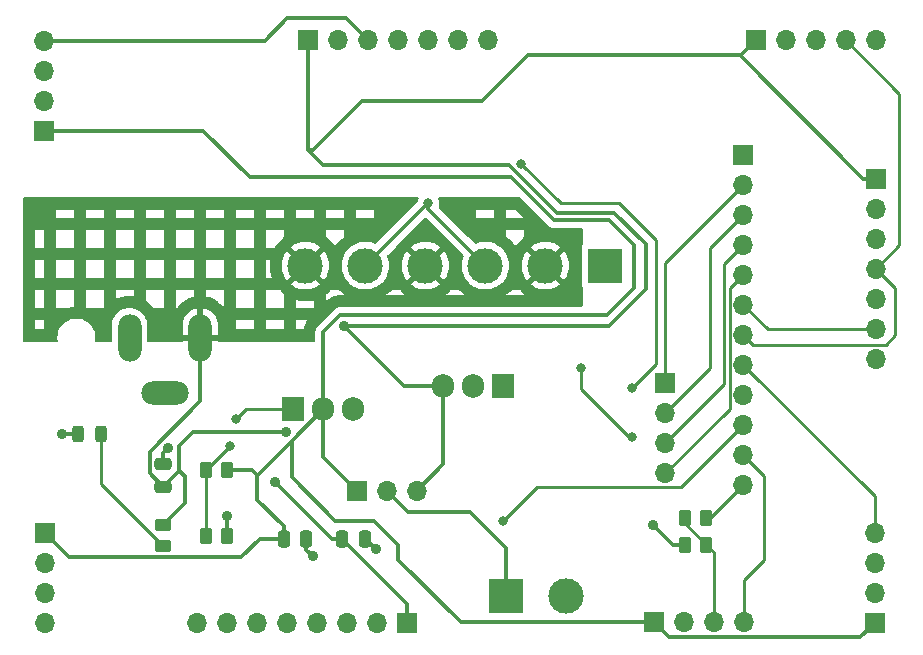
<source format=gtl>
%TF.GenerationSoftware,KiCad,Pcbnew,(6.0.0)*%
%TF.CreationDate,2022-06-14T20:33:02+03:00*%
%TF.ProjectId,breadboard_power_supply,62726561-6462-46f6-9172-645f706f7765,rev?*%
%TF.SameCoordinates,Original*%
%TF.FileFunction,Copper,L1,Top*%
%TF.FilePolarity,Positive*%
%FSLAX46Y46*%
G04 Gerber Fmt 4.6, Leading zero omitted, Abs format (unit mm)*
G04 Created by KiCad (PCBNEW (6.0.0)) date 2022-06-14 20:33:02*
%MOMM*%
%LPD*%
G01*
G04 APERTURE LIST*
G04 Aperture macros list*
%AMRoundRect*
0 Rectangle with rounded corners*
0 $1 Rounding radius*
0 $2 $3 $4 $5 $6 $7 $8 $9 X,Y pos of 4 corners*
0 Add a 4 corners polygon primitive as box body*
4,1,4,$2,$3,$4,$5,$6,$7,$8,$9,$2,$3,0*
0 Add four circle primitives for the rounded corners*
1,1,$1+$1,$2,$3*
1,1,$1+$1,$4,$5*
1,1,$1+$1,$6,$7*
1,1,$1+$1,$8,$9*
0 Add four rect primitives between the rounded corners*
20,1,$1+$1,$2,$3,$4,$5,0*
20,1,$1+$1,$4,$5,$6,$7,0*
20,1,$1+$1,$6,$7,$8,$9,0*
20,1,$1+$1,$8,$9,$2,$3,0*%
G04 Aperture macros list end*
%TA.AperFunction,ComponentPad*%
%ADD10R,1.700000X1.700000*%
%TD*%
%TA.AperFunction,ComponentPad*%
%ADD11O,1.700000X1.700000*%
%TD*%
%TA.AperFunction,SMDPad,CuDef*%
%ADD12RoundRect,0.250000X0.475000X-0.250000X0.475000X0.250000X-0.475000X0.250000X-0.475000X-0.250000X0*%
%TD*%
%TA.AperFunction,ComponentPad*%
%ADD13R,3.000000X3.000000*%
%TD*%
%TA.AperFunction,ComponentPad*%
%ADD14C,3.000000*%
%TD*%
%TA.AperFunction,SMDPad,CuDef*%
%ADD15RoundRect,0.250000X-0.262500X-0.450000X0.262500X-0.450000X0.262500X0.450000X-0.262500X0.450000X0*%
%TD*%
%TA.AperFunction,SMDPad,CuDef*%
%ADD16RoundRect,0.250000X-0.250000X-0.475000X0.250000X-0.475000X0.250000X0.475000X-0.250000X0.475000X0*%
%TD*%
%TA.AperFunction,SMDPad,CuDef*%
%ADD17RoundRect,0.250000X0.262500X0.450000X-0.262500X0.450000X-0.262500X-0.450000X0.262500X-0.450000X0*%
%TD*%
%TA.AperFunction,SMDPad,CuDef*%
%ADD18RoundRect,0.243750X-0.243750X-0.456250X0.243750X-0.456250X0.243750X0.456250X-0.243750X0.456250X0*%
%TD*%
%TA.AperFunction,ComponentPad*%
%ADD19R,1.905000X2.000000*%
%TD*%
%TA.AperFunction,ComponentPad*%
%ADD20O,1.905000X2.000000*%
%TD*%
%TA.AperFunction,SMDPad,CuDef*%
%ADD21RoundRect,0.250000X0.450000X-0.262500X0.450000X0.262500X-0.450000X0.262500X-0.450000X-0.262500X0*%
%TD*%
%TA.AperFunction,ComponentPad*%
%ADD22O,2.000000X4.000000*%
%TD*%
%TA.AperFunction,ComponentPad*%
%ADD23O,4.000000X2.000000*%
%TD*%
%TA.AperFunction,ViaPad*%
%ADD24C,0.900000*%
%TD*%
%TA.AperFunction,ViaPad*%
%ADD25C,0.800000*%
%TD*%
%TA.AperFunction,Conductor*%
%ADD26C,0.250000*%
%TD*%
%TA.AperFunction,Conductor*%
%ADD27C,0.350000*%
%TD*%
G04 APERTURE END LIST*
D10*
%TO.P,J14,1,Pin_1*%
%TO.N,/VCCB*%
X31597600Y-78079600D03*
D11*
%TO.P,J14,2,Pin_2*%
%TO.N,unconnected-(J14-Pad2)*%
X31597600Y-75539600D03*
%TO.P,J14,3,Pin_3*%
%TO.N,/A0_MQ131*%
X31597600Y-72999600D03*
%TO.P,J14,4,Pin_4*%
%TO.N,GND*%
X31597600Y-70459600D03*
%TD*%
D12*
%TO.P,C1,1*%
%TO.N,/12V*%
X41654100Y-108239600D03*
%TO.P,C1,2*%
%TO.N,GND*%
X41654100Y-106339600D03*
%TD*%
D10*
%TO.P,J5,1,Pin_1*%
%TO.N,/VCCB*%
X83169600Y-119710600D03*
D11*
%TO.P,J5,2,Pin_2*%
%TO.N,GND*%
X85709600Y-119710600D03*
%TO.P,J5,3,Pin_3*%
%TO.N,/Connectors/Rx*%
X88249600Y-119710600D03*
%TO.P,J5,4,Pin_4*%
%TO.N,/Tx*%
X90789600Y-119710600D03*
%TD*%
D13*
%TO.P,J7,1,Pin_1*%
%TO.N,/PWR_OUT*%
X70713600Y-117449600D03*
D14*
%TO.P,J7,2,Pin_2*%
%TO.N,GND*%
X75793600Y-117449600D03*
%TD*%
D10*
%TO.P,J3,1,Pin_1*%
%TO.N,/VCCA*%
X62316600Y-119760600D03*
D11*
%TO.P,J3,2,Pin_2*%
%TO.N,GND*%
X59776600Y-119760600D03*
%TO.P,J3,3,Pin_3*%
%TO.N,/SCL*%
X57236600Y-119760600D03*
%TO.P,J3,4,Pin_4*%
%TO.N,/SDA*%
X54696600Y-119760600D03*
%TO.P,J3,5,Pin_5*%
%TO.N,unconnected-(J3-Pad5)*%
X52156600Y-119760600D03*
%TO.P,J3,6,Pin_6*%
%TO.N,unconnected-(J3-Pad6)*%
X49616600Y-119760600D03*
%TO.P,J3,7,Pin_7*%
%TO.N,unconnected-(J3-Pad7)*%
X47076600Y-119760600D03*
%TO.P,J3,8,Pin_8*%
%TO.N,unconnected-(J3-Pad8)*%
X44536600Y-119760600D03*
%TD*%
D15*
%TO.P,R1,1*%
%TO.N,Net-(R1-Pad1)*%
X45266600Y-106781600D03*
%TO.P,R1,2*%
%TO.N,/VCCB*%
X47091600Y-106781600D03*
%TD*%
D16*
%TO.P,C2,1*%
%TO.N,/VCCA*%
X56809600Y-112623600D03*
%TO.P,C2,2*%
%TO.N,GND*%
X58709600Y-112623600D03*
%TD*%
D17*
%TO.P,R5,1*%
%TO.N,/Rx*%
X87628100Y-110845600D03*
%TO.P,R5,2*%
%TO.N,/Connectors/Rx*%
X85803100Y-110845600D03*
%TD*%
D13*
%TO.P,J4,1,Pin_1*%
%TO.N,GND*%
X79095600Y-89509600D03*
D14*
%TO.P,J4,2,Pin_2*%
%TO.N,/12V*%
X74015600Y-89509600D03*
%TO.P,J4,3,Pin_3*%
%TO.N,GND*%
X68935600Y-89509600D03*
%TO.P,J4,4,Pin_4*%
%TO.N,/12V*%
X63855600Y-89509600D03*
%TO.P,J4,5,Pin_5*%
%TO.N,GND*%
X58775600Y-89509600D03*
%TO.P,J4,6,Pin_6*%
%TO.N,/12V*%
X53695600Y-89509600D03*
%TD*%
D10*
%TO.P,J9,1,Pin_1*%
%TO.N,/VCCA*%
X53949600Y-70434600D03*
D11*
%TO.P,J9,2,Pin_2*%
%TO.N,unconnected-(J9-Pad2)*%
X56489600Y-70434600D03*
%TO.P,J9,3,Pin_3*%
%TO.N,GND*%
X59029600Y-70434600D03*
%TO.P,J9,4,Pin_4*%
%TO.N,/SCL*%
X61569600Y-70434600D03*
%TO.P,J9,5,Pin_5*%
%TO.N,/SDA*%
X64109600Y-70434600D03*
%TO.P,J9,6,Pin_6*%
%TO.N,unconnected-(J9-Pad6)*%
X66649600Y-70434600D03*
%TO.P,J9,7,Pin_7*%
%TO.N,unconnected-(J9-Pad7)*%
X69189600Y-70434600D03*
%TD*%
D10*
%TO.P,J12,1,Pin_1*%
%TO.N,/VCCB*%
X101930600Y-119735600D03*
D11*
%TO.P,J12,2,Pin_2*%
%TO.N,GND*%
X101930600Y-117195600D03*
%TO.P,J12,3,Pin_3*%
%TO.N,unconnected-(J12-Pad3)*%
X101930600Y-114655600D03*
%TO.P,J12,4,Pin_4*%
%TO.N,/A0_MQ2*%
X101930600Y-112115600D03*
%TD*%
D10*
%TO.P,J11,1,Pin_1*%
%TO.N,GND*%
X90779600Y-80106600D03*
D11*
%TO.P,J11,2,Pin_2*%
%TO.N,/INT{slash}PT_PIN_2*%
X90779600Y-82646600D03*
%TO.P,J11,3,Pin_3*%
%TO.N,/A_WRT_PWM_9*%
X90779600Y-85186600D03*
%TO.P,J11,4,Pin_4*%
%TO.N,/INT{slash}PT_PIN_3*%
X90779600Y-87726600D03*
%TO.P,J11,5,Pin_5*%
%TO.N,/A_WRT_PWM_10*%
X90779600Y-90266600D03*
%TO.P,J11,6,Pin_6*%
%TO.N,/SDA*%
X90779600Y-92806600D03*
%TO.P,J11,7,Pin_7*%
%TO.N,/SCL*%
X90779600Y-95346600D03*
%TO.P,J11,8,Pin_8*%
%TO.N,/A0_MQ2*%
X90779600Y-97886600D03*
%TO.P,J11,9,Pin_9*%
%TO.N,/A0_MQ131*%
X90779600Y-100426600D03*
%TO.P,J11,10,Pin_10*%
%TO.N,/A0_MQ47*%
X90779600Y-102966600D03*
%TO.P,J11,11,Pin_11*%
%TO.N,/Tx*%
X90779600Y-105506600D03*
%TO.P,J11,12,Pin_12*%
%TO.N,/Rx*%
X90779600Y-108046600D03*
%TD*%
D16*
%TO.P,C3,1*%
%TO.N,/VCCB*%
X51880100Y-112623600D03*
%TO.P,C3,2*%
%TO.N,GND*%
X53780100Y-112623600D03*
%TD*%
D18*
%TO.P,D1,1,K*%
%TO.N,GND*%
X34470100Y-103733600D03*
%TO.P,D1,2,A*%
%TO.N,Net-(D1-Pad2)*%
X36345100Y-103733600D03*
%TD*%
D15*
%TO.P,R4,1*%
%TO.N,GND*%
X85803100Y-113131600D03*
%TO.P,R4,2*%
%TO.N,/Connectors/Rx*%
X87628100Y-113131600D03*
%TD*%
D19*
%TO.P,U1,1,VI*%
%TO.N,/12V*%
X70459600Y-99669600D03*
D20*
%TO.P,U1,2,GND*%
%TO.N,GND*%
X67919600Y-99669600D03*
%TO.P,U1,3,VO*%
%TO.N,/VCCA*%
X65379600Y-99669600D03*
%TD*%
D10*
%TO.P,J13,1,Pin_1*%
%TO.N,/INT{slash}PT_PIN_2*%
X84175600Y-99425600D03*
D11*
%TO.P,J13,2,Pin_2*%
%TO.N,/A_WRT_PWM_9*%
X84175600Y-101965600D03*
%TO.P,J13,3,Pin_3*%
%TO.N,/INT{slash}PT_PIN_3*%
X84175600Y-104505600D03*
%TO.P,J13,4,Pin_4*%
%TO.N,/A_WRT_PWM_10*%
X84175600Y-107045600D03*
%TD*%
D17*
%TO.P,R3,1*%
%TO.N,GND*%
X47091600Y-112369600D03*
%TO.P,R3,2*%
%TO.N,Net-(R1-Pad1)*%
X45266600Y-112369600D03*
%TD*%
D21*
%TO.P,R2,1*%
%TO.N,Net-(D1-Pad2)*%
X41654100Y-113282100D03*
%TO.P,R2,2*%
%TO.N,/12V*%
X41654100Y-111457100D03*
%TD*%
D10*
%TO.P,J10,1,Pin_1*%
%TO.N,/VCCB*%
X31622600Y-112125600D03*
D11*
%TO.P,J10,2,Pin_2*%
%TO.N,GND*%
X31622600Y-114665600D03*
%TO.P,J10,3,Pin_3*%
%TO.N,unconnected-(J10-Pad3)*%
X31622600Y-117205600D03*
%TO.P,J10,4,Pin_4*%
%TO.N,/A0_MQ47*%
X31622600Y-119745600D03*
%TD*%
D10*
%TO.P,J6,1,Pin_1*%
%TO.N,/VCCB*%
X58028600Y-108559600D03*
D11*
%TO.P,J6,2,Pin_2*%
%TO.N,/PWR_OUT*%
X60568600Y-108559600D03*
%TO.P,J6,3,Pin_3*%
%TO.N,/VCCA*%
X63108600Y-108559600D03*
%TD*%
D10*
%TO.P,J2,1,Pin_1*%
%TO.N,/VCCA*%
X101980600Y-82143600D03*
D11*
%TO.P,J2,2,Pin_2*%
%TO.N,unconnected-(J2-Pad2)*%
X101980600Y-84683600D03*
%TO.P,J2,3,Pin_3*%
%TO.N,GND*%
X101980600Y-87223600D03*
%TO.P,J2,4,Pin_4*%
%TO.N,/SCL*%
X101980600Y-89763600D03*
%TO.P,J2,5,Pin_5*%
%TO.N,unconnected-(J2-Pad5)*%
X101980600Y-92303600D03*
%TO.P,J2,6,Pin_6*%
%TO.N,/SDA*%
X101980600Y-94843600D03*
%TO.P,J2,7,Pin_7*%
%TO.N,unconnected-(J2-Pad7)*%
X101980600Y-97383600D03*
%TD*%
D19*
%TO.P,U2,1,ADJ*%
%TO.N,Net-(R1-Pad1)*%
X52679600Y-101630600D03*
D20*
%TO.P,U2,2,VO*%
%TO.N,/VCCB*%
X55219600Y-101630600D03*
%TO.P,U2,3,VI*%
%TO.N,/12V*%
X57759600Y-101630600D03*
%TD*%
D10*
%TO.P,J8,1,Pin_1*%
%TO.N,/VCCA*%
X91825600Y-70434600D03*
D11*
%TO.P,J8,2,Pin_2*%
%TO.N,unconnected-(J8-Pad2)*%
X94365600Y-70434600D03*
%TO.P,J8,3,Pin_3*%
%TO.N,GND*%
X96905600Y-70434600D03*
%TO.P,J8,4,Pin_4*%
%TO.N,/SCL*%
X99445600Y-70434600D03*
%TO.P,J8,5,Pin_5*%
%TO.N,/SDA*%
X101985600Y-70434600D03*
%TD*%
D22*
%TO.P,J1,1*%
%TO.N,/12V*%
X44805600Y-95605600D03*
%TO.P,J1,2*%
%TO.N,GND*%
X38805600Y-95605600D03*
D23*
%TO.P,J1,3*%
X41805600Y-100305600D03*
%TD*%
D24*
%TO.N,/12V*%
X52075795Y-103585174D03*
D25*
%TO.N,GND*%
X64109600Y-84175600D03*
D24*
X33070800Y-103733600D03*
X42096565Y-104936165D03*
X59690000Y-113538000D03*
X47091600Y-110693200D03*
X83159600Y-111506000D03*
X54305200Y-114096800D03*
%TO.N,/VCCA*%
X51155600Y-107797600D03*
X56997600Y-94589600D03*
D25*
%TO.N,Net-(R1-Pad1)*%
X47345600Y-104749600D03*
X47853600Y-102463600D03*
%TO.N,/SCL*%
X81355089Y-99897089D03*
X71983600Y-80873600D03*
%TO.N,/A0_MQ47*%
X70459600Y-111099600D03*
%TO.N,/A0_MQ131*%
X81381600Y-103987600D03*
X77063600Y-98145600D03*
%TD*%
D26*
%TO.N,/SCL*%
X83413600Y-97838578D02*
X81355089Y-99897089D01*
X83413600Y-87376000D02*
X83413600Y-97838578D01*
X80264000Y-84226400D02*
X83413600Y-87376000D01*
X75336400Y-84226400D02*
X80264000Y-84226400D01*
X71983600Y-80873600D02*
X75336400Y-84226400D01*
D27*
%TO.N,/VCCB*%
X33716120Y-114219120D02*
X31622600Y-112125600D01*
X48239280Y-114219120D02*
X33716120Y-114219120D01*
X51880100Y-112623600D02*
X49834800Y-112623600D01*
X49834800Y-112623600D02*
X48239280Y-114219120D01*
X49147100Y-106781600D02*
X49631600Y-107266100D01*
X47091600Y-106781600D02*
X49147100Y-106781600D01*
D26*
%TO.N,/SCL*%
X103632000Y-91415000D02*
X101980600Y-89763600D01*
X103632000Y-95402400D02*
X103632000Y-91415000D01*
X102837800Y-96196600D02*
X103632000Y-95402400D01*
X91629600Y-96196600D02*
X102837800Y-96196600D01*
X90779600Y-95346600D02*
X91629600Y-96196600D01*
X103987600Y-87756600D02*
X103987600Y-74976600D01*
X103987600Y-74976600D02*
X99445600Y-70434600D01*
X101980600Y-89763600D02*
X103987600Y-87756600D01*
D27*
%TO.N,/12V*%
X41654100Y-108239600D02*
X40504580Y-107090080D01*
X44192026Y-103585174D02*
X52075795Y-103585174D01*
X40504580Y-107090080D02*
X40504580Y-105291420D01*
X43484800Y-109626400D02*
X43484800Y-107323300D01*
X43027600Y-106866100D02*
X43027600Y-104749600D01*
X41654100Y-108239600D02*
X43027600Y-106866100D01*
X41161300Y-107746800D02*
X40504580Y-107090080D01*
X41654100Y-111457100D02*
X43484800Y-109626400D01*
X43027600Y-104749600D02*
X44192026Y-103585174D01*
X43484800Y-107323300D02*
X43027600Y-106866100D01*
X40504580Y-105291420D02*
X44805600Y-100990400D01*
X44805600Y-95605600D02*
X45313600Y-95605600D01*
X44805600Y-100990400D02*
X44805600Y-95605600D01*
%TO.N,GND*%
X52171600Y-68529200D02*
X50241200Y-70459600D01*
X58775600Y-112623600D02*
X59690000Y-113538000D01*
X53780100Y-112623600D02*
X53780100Y-113571700D01*
X84785200Y-113131600D02*
X83159600Y-111506000D01*
X41654100Y-105378630D02*
X41654100Y-106339600D01*
X58775600Y-89509600D02*
X64109600Y-84175600D01*
X34470100Y-103733600D02*
X33070800Y-103733600D01*
X58709600Y-112623600D02*
X58775600Y-112623600D01*
X50241200Y-70459600D02*
X31597600Y-70459600D01*
X57124200Y-68529200D02*
X52171600Y-68529200D01*
X64109600Y-84175600D02*
X64109600Y-84683600D01*
X64109600Y-84683600D02*
X68935600Y-89509600D01*
X59029600Y-70434600D02*
X57124200Y-68529200D01*
X47091600Y-112369600D02*
X47091600Y-110693200D01*
X42096565Y-104936165D02*
X41654100Y-105378630D01*
X53780100Y-113571700D02*
X54305200Y-114096800D01*
X85803100Y-113131600D02*
X84785200Y-113131600D01*
%TO.N,/VCCA*%
X79400400Y-94589600D02*
X56997600Y-94589600D01*
X56809600Y-112623600D02*
X55981600Y-112623600D01*
X62077600Y-99669600D02*
X65379600Y-99669600D01*
X91825600Y-70434600D02*
X90551089Y-71709111D01*
X90505111Y-71709111D02*
X89530089Y-71709111D01*
X56809600Y-112623600D02*
X62316600Y-118130600D01*
X89530089Y-71709111D02*
X72512089Y-71709111D01*
X65379600Y-106288600D02*
X63108600Y-108559600D01*
X90551089Y-71709111D02*
X89530089Y-71709111D01*
X58521600Y-75539600D02*
X54356000Y-79705200D01*
X101980600Y-82143600D02*
X100939600Y-82143600D01*
X72512089Y-71709111D02*
X68681600Y-75539600D01*
X62316600Y-118130600D02*
X62316600Y-119760600D01*
X53949600Y-70434600D02*
X53949600Y-79705200D01*
X54356000Y-79705200D02*
X53949600Y-79705200D01*
X70919164Y-80975200D02*
X74983164Y-85039200D01*
X68681600Y-75539600D02*
X58521600Y-75539600D01*
X74983164Y-85039200D02*
X79857600Y-85039200D01*
X65379600Y-99669600D02*
X65379600Y-106288600D01*
X55981600Y-112623600D02*
X51155600Y-107797600D01*
X82499200Y-91490800D02*
X79400400Y-94589600D01*
X79857600Y-85039200D02*
X82499200Y-87680800D01*
X53949600Y-79705200D02*
X55219600Y-80975200D01*
X55219600Y-80975200D02*
X70919164Y-80975200D01*
X100939600Y-82143600D02*
X90505111Y-71709111D01*
X56997600Y-94589600D02*
X62077600Y-99669600D01*
X82499200Y-87680800D02*
X82499200Y-91490800D01*
%TO.N,/VCCB*%
X61569600Y-113131600D02*
X59537600Y-111099600D01*
X56235600Y-111099600D02*
X52540850Y-107404850D01*
X49022000Y-82042000D02*
X71138114Y-82042000D01*
X101930600Y-119735600D02*
X100681089Y-120985111D01*
X66878600Y-119710600D02*
X61569600Y-114401600D01*
X52540850Y-107404850D02*
X52540850Y-104356850D01*
X84444111Y-120985111D02*
X83169600Y-119710600D01*
X81483200Y-91440000D02*
X79208111Y-93715089D01*
X59537600Y-111099600D02*
X56235600Y-111099600D01*
X45059600Y-78079600D02*
X49022000Y-82042000D01*
X51880100Y-112623600D02*
X51880100Y-111570100D01*
X55219600Y-101630600D02*
X55219600Y-101678100D01*
X49631600Y-107266100D02*
X49746850Y-107150850D01*
X74734835Y-85638720D02*
X79390320Y-85638720D01*
X51880100Y-111570100D02*
X49631600Y-109321600D01*
X100681089Y-120985111D02*
X84444111Y-120985111D01*
X81483200Y-87731600D02*
X81483200Y-91440000D01*
X83169600Y-119710600D02*
X66878600Y-119710600D01*
X61569600Y-114401600D02*
X61569600Y-113131600D01*
X55219600Y-105750600D02*
X58028600Y-108559600D01*
X56635365Y-93715089D02*
X55219600Y-95130854D01*
X71138114Y-82042000D02*
X74734835Y-85638720D01*
X79390320Y-85638720D02*
X81483200Y-87731600D01*
X55219600Y-101678100D02*
X52540850Y-104356850D01*
X31597600Y-78079600D02*
X45059600Y-78079600D01*
X55219600Y-95130854D02*
X55219600Y-101630600D01*
X55219600Y-101630600D02*
X55219600Y-105750600D01*
X79208111Y-93715089D02*
X56635365Y-93715089D01*
X52540850Y-104356850D02*
X49746850Y-107150850D01*
X49631600Y-109321600D02*
X49631600Y-107266100D01*
D26*
%TO.N,Net-(D1-Pad2)*%
X36345100Y-103733600D02*
X36345100Y-107973100D01*
X36345100Y-107973100D02*
X41654100Y-113282100D01*
%TO.N,/Connectors/Rx*%
X88249600Y-113753100D02*
X88249600Y-119710600D01*
X87628100Y-113131600D02*
X88249600Y-113753100D01*
X85803100Y-111306600D02*
X87628100Y-113131600D01*
X85803100Y-110845600D02*
X85803100Y-111306600D01*
%TO.N,Net-(R1-Pad1)*%
X47298600Y-104749600D02*
X47345600Y-104749600D01*
X45266600Y-112369600D02*
X45266600Y-106781600D01*
X45266600Y-106781600D02*
X47298600Y-104749600D01*
X48686600Y-101630600D02*
X52679600Y-101630600D01*
X47853600Y-102463600D02*
X48686600Y-101630600D01*
%TO.N,/SDA*%
X92816600Y-94843600D02*
X90779600Y-92806600D01*
X101980600Y-94843600D02*
X92816600Y-94843600D01*
%TO.N,/Rx*%
X87980600Y-110845600D02*
X87628100Y-110845600D01*
X90779600Y-108046600D02*
X87980600Y-110845600D01*
%TO.N,/Tx*%
X92557600Y-107284600D02*
X92557600Y-114401600D01*
X92557600Y-114401600D02*
X90789600Y-116169600D01*
X90779600Y-105506600D02*
X92557600Y-107284600D01*
X90789600Y-116169600D02*
X90789600Y-119710600D01*
%TO.N,/A0_MQ47*%
X73339089Y-108220111D02*
X85526089Y-108220111D01*
X70459600Y-111099600D02*
X73339089Y-108220111D01*
X85526089Y-108220111D02*
X90779600Y-102966600D01*
%TO.N,/A0_MQ2*%
X101930600Y-109037600D02*
X90779600Y-97886600D01*
X101930600Y-112115600D02*
X101930600Y-109037600D01*
%TO.N,/A0_MQ131*%
X77063600Y-99923600D02*
X77063600Y-98145600D01*
X81381600Y-103987600D02*
X81127600Y-103987600D01*
X81127600Y-103987600D02*
X77063600Y-99923600D01*
D27*
%TO.N,/PWR_OUT*%
X67665600Y-110337600D02*
X62346600Y-110337600D01*
X70713600Y-113385600D02*
X67665600Y-110337600D01*
X62346600Y-110337600D02*
X60568600Y-108559600D01*
X70713600Y-117449600D02*
X70713600Y-113385600D01*
D26*
%TO.N,/INT{slash}PT_PIN_2*%
X84175600Y-89250600D02*
X84175600Y-99425600D01*
X90779600Y-82646600D02*
X84175600Y-89250600D01*
%TO.N,/A_WRT_PWM_9*%
X87985600Y-98155600D02*
X84175600Y-101965600D01*
X87985600Y-87980600D02*
X87985600Y-98155600D01*
X90779600Y-85186600D02*
X87985600Y-87980600D01*
%TO.N,/INT{slash}PT_PIN_3*%
X89155569Y-99525631D02*
X84175600Y-104505600D01*
X89155569Y-89350631D02*
X89155569Y-99525631D01*
X90779600Y-87726600D02*
X89155569Y-89350631D01*
%TO.N,/A_WRT_PWM_10*%
X90779600Y-90266600D02*
X89605089Y-91441111D01*
X89605089Y-101616111D02*
X84175600Y-107045600D01*
X89605089Y-91441111D02*
X89605089Y-101616111D01*
%TD*%
%TA.AperFunction,Conductor*%
%TO.N,/12V*%
G36*
X63214103Y-83687602D02*
G01*
X63260596Y-83741258D01*
X63270700Y-83811532D01*
X63265815Y-83832536D01*
X63216058Y-83985672D01*
X63215368Y-83992233D01*
X63215368Y-83992235D01*
X63206998Y-84071877D01*
X63179985Y-84137534D01*
X63170783Y-84147802D01*
X59689124Y-87629461D01*
X59626812Y-87663487D01*
X59549385Y-87655740D01*
X59457545Y-87615425D01*
X59194166Y-87540400D01*
X59189924Y-87539796D01*
X59189918Y-87539795D01*
X58989434Y-87511262D01*
X58923043Y-87501813D01*
X58779189Y-87501060D01*
X58653477Y-87500402D01*
X58653471Y-87500402D01*
X58649191Y-87500380D01*
X58644947Y-87500939D01*
X58644943Y-87500939D01*
X58525902Y-87516611D01*
X58377678Y-87536125D01*
X58373538Y-87537258D01*
X58373536Y-87537258D01*
X58318164Y-87552406D01*
X58113528Y-87608388D01*
X58109580Y-87610072D01*
X57865582Y-87714146D01*
X57865578Y-87714148D01*
X57861630Y-87715832D01*
X57841725Y-87727745D01*
X57630325Y-87854264D01*
X57630321Y-87854267D01*
X57626643Y-87856468D01*
X57412918Y-88027694D01*
X57224408Y-88226342D01*
X57064602Y-88448736D01*
X56936457Y-88690761D01*
X56934985Y-88694784D01*
X56934983Y-88694788D01*
X56927914Y-88714106D01*
X56842343Y-88947937D01*
X56784004Y-89215507D01*
X56762517Y-89488518D01*
X56778282Y-89761920D01*
X56779107Y-89766125D01*
X56779108Y-89766133D01*
X56801766Y-89881622D01*
X56831005Y-90030653D01*
X56832392Y-90034703D01*
X56832393Y-90034708D01*
X56918257Y-90285494D01*
X56919712Y-90289744D01*
X56921639Y-90293575D01*
X57038335Y-90525600D01*
X57042760Y-90534399D01*
X57045186Y-90537928D01*
X57045189Y-90537934D01*
X57174341Y-90725850D01*
X57197874Y-90760090D01*
X57382182Y-90962643D01*
X57592275Y-91138307D01*
X57595916Y-91140591D01*
X57820624Y-91281551D01*
X57820628Y-91281553D01*
X57824264Y-91283834D01*
X57892144Y-91314483D01*
X58069945Y-91394764D01*
X58069949Y-91394766D01*
X58073857Y-91396530D01*
X58077977Y-91397750D01*
X58077976Y-91397750D01*
X58332323Y-91473091D01*
X58332327Y-91473092D01*
X58336436Y-91474309D01*
X58340670Y-91474957D01*
X58340675Y-91474958D01*
X58602898Y-91515083D01*
X58602900Y-91515083D01*
X58607140Y-91515732D01*
X58746512Y-91517922D01*
X58876671Y-91519967D01*
X58876677Y-91519967D01*
X58880962Y-91520034D01*
X59152835Y-91487134D01*
X59417727Y-91417641D01*
X59421687Y-91416001D01*
X59421692Y-91415999D01*
X59544231Y-91365241D01*
X59670736Y-91312841D01*
X59907182Y-91174673D01*
X60003367Y-91099254D01*
X62631218Y-91099254D01*
X62638273Y-91109227D01*
X62669279Y-91135151D01*
X62676198Y-91140179D01*
X62900872Y-91281115D01*
X62908407Y-91285156D01*
X63150120Y-91394294D01*
X63158151Y-91397280D01*
X63412432Y-91472602D01*
X63420784Y-91474469D01*
X63682940Y-91514584D01*
X63691474Y-91515300D01*
X63956645Y-91519467D01*
X63965196Y-91519018D01*
X64228483Y-91487157D01*
X64236884Y-91485555D01*
X64493424Y-91418253D01*
X64501526Y-91415526D01*
X64746549Y-91314034D01*
X64754217Y-91310228D01*
X64983198Y-91176422D01*
X64990279Y-91171609D01*
X65070255Y-91108901D01*
X65078725Y-91097042D01*
X65072208Y-91085418D01*
X63868412Y-89881622D01*
X63854468Y-89874008D01*
X63852635Y-89874139D01*
X63846020Y-89878390D01*
X62638510Y-91085900D01*
X62631218Y-91099254D01*
X60003367Y-91099254D01*
X60122689Y-91005694D01*
X60164409Y-90962643D01*
X60310286Y-90812109D01*
X60313269Y-90809031D01*
X60315802Y-90805583D01*
X60315806Y-90805578D01*
X60472857Y-90591778D01*
X60475395Y-90588323D01*
X60477441Y-90584555D01*
X60604018Y-90351430D01*
X60604019Y-90351428D01*
X60606068Y-90347654D01*
X60702869Y-90091477D01*
X60764007Y-89824533D01*
X60769984Y-89757569D01*
X60788131Y-89554227D01*
X60788132Y-89554216D01*
X60788351Y-89551761D01*
X60788793Y-89509600D01*
X60787648Y-89492804D01*
X61843265Y-89492804D01*
X61858532Y-89757569D01*
X61859605Y-89766070D01*
X61910665Y-90026322D01*
X61912876Y-90034574D01*
X61998784Y-90285494D01*
X62002099Y-90293379D01*
X62121264Y-90530313D01*
X62125620Y-90537679D01*
X62254947Y-90725850D01*
X62265201Y-90734194D01*
X62278942Y-90727048D01*
X63483578Y-89522412D01*
X63489956Y-89510732D01*
X64220008Y-89510732D01*
X64220139Y-89512565D01*
X64224390Y-89519180D01*
X65431330Y-90726120D01*
X65443539Y-90732787D01*
X65455039Y-90724097D01*
X65552431Y-90591513D01*
X65557018Y-90584285D01*
X65683562Y-90351221D01*
X65687130Y-90343427D01*
X65780871Y-90095350D01*
X65783348Y-90087144D01*
X65842554Y-89828638D01*
X65843894Y-89820177D01*
X65867631Y-89554216D01*
X65867877Y-89549277D01*
X65868266Y-89512085D01*
X65868123Y-89507119D01*
X65849962Y-89240723D01*
X65848801Y-89232249D01*
X65795019Y-88972544D01*
X65792720Y-88964309D01*
X65704188Y-88714305D01*
X65700791Y-88706454D01*
X65579150Y-88470778D01*
X65574722Y-88463466D01*
X65455631Y-88294017D01*
X65445109Y-88285637D01*
X65431721Y-88292689D01*
X64227622Y-89496788D01*
X64220008Y-89510732D01*
X63489956Y-89510732D01*
X63491192Y-89508468D01*
X63491061Y-89506635D01*
X63486810Y-89500020D01*
X62279414Y-88292624D01*
X62267404Y-88286066D01*
X62255664Y-88295034D01*
X62147535Y-88445511D01*
X62143018Y-88452796D01*
X62018925Y-88687167D01*
X62015439Y-88694995D01*
X61924300Y-88944046D01*
X61921911Y-88952270D01*
X61865412Y-89211395D01*
X61864163Y-89219850D01*
X61843354Y-89484253D01*
X61843265Y-89492804D01*
X60787648Y-89492804D01*
X60787356Y-89488518D01*
X60770459Y-89240655D01*
X60770458Y-89240649D01*
X60770167Y-89236378D01*
X60714632Y-88968212D01*
X60628450Y-88724842D01*
X60624566Y-88653951D01*
X60658128Y-88593687D01*
X61329715Y-87922100D01*
X62632184Y-87922100D01*
X62638580Y-87933370D01*
X63842788Y-89137578D01*
X63856732Y-89145192D01*
X63858565Y-89145061D01*
X63865180Y-89140810D01*
X65072204Y-87933786D01*
X65079395Y-87920617D01*
X65072073Y-87910380D01*
X65024833Y-87871715D01*
X65017861Y-87866760D01*
X64791722Y-87728182D01*
X64784152Y-87724224D01*
X64541304Y-87617622D01*
X64533244Y-87614720D01*
X64278192Y-87542067D01*
X64269814Y-87540285D01*
X64007256Y-87502918D01*
X63998711Y-87502291D01*
X63733508Y-87500902D01*
X63724974Y-87501439D01*
X63462033Y-87536056D01*
X63453635Y-87537749D01*
X63197838Y-87607727D01*
X63189743Y-87610546D01*
X62945799Y-87714597D01*
X62938177Y-87718481D01*
X62710613Y-87854675D01*
X62703581Y-87859562D01*
X62640653Y-87909977D01*
X62632184Y-87922100D01*
X61329715Y-87922100D01*
X63766505Y-85485310D01*
X63828817Y-85451284D01*
X63899632Y-85456349D01*
X63944695Y-85485310D01*
X67053971Y-88594586D01*
X67087997Y-88656898D01*
X67083202Y-88726981D01*
X67002343Y-88947937D01*
X66944004Y-89215507D01*
X66922517Y-89488518D01*
X66938282Y-89761920D01*
X66939107Y-89766125D01*
X66939108Y-89766133D01*
X66961766Y-89881622D01*
X66991005Y-90030653D01*
X66992392Y-90034703D01*
X66992393Y-90034708D01*
X67078257Y-90285494D01*
X67079712Y-90289744D01*
X67081639Y-90293575D01*
X67198335Y-90525600D01*
X67202760Y-90534399D01*
X67205186Y-90537928D01*
X67205189Y-90537934D01*
X67334341Y-90725850D01*
X67357874Y-90760090D01*
X67542182Y-90962643D01*
X67752275Y-91138307D01*
X67755916Y-91140591D01*
X67980624Y-91281551D01*
X67980628Y-91281553D01*
X67984264Y-91283834D01*
X68052144Y-91314483D01*
X68229945Y-91394764D01*
X68229949Y-91394766D01*
X68233857Y-91396530D01*
X68237977Y-91397750D01*
X68237976Y-91397750D01*
X68492323Y-91473091D01*
X68492327Y-91473092D01*
X68496436Y-91474309D01*
X68500670Y-91474957D01*
X68500675Y-91474958D01*
X68762898Y-91515083D01*
X68762900Y-91515083D01*
X68767140Y-91515732D01*
X68906512Y-91517922D01*
X69036671Y-91519967D01*
X69036677Y-91519967D01*
X69040962Y-91520034D01*
X69312835Y-91487134D01*
X69577727Y-91417641D01*
X69581687Y-91416001D01*
X69581692Y-91415999D01*
X69704231Y-91365241D01*
X69830736Y-91312841D01*
X70067182Y-91174673D01*
X70163367Y-91099254D01*
X72791218Y-91099254D01*
X72798273Y-91109227D01*
X72829279Y-91135151D01*
X72836198Y-91140179D01*
X73060872Y-91281115D01*
X73068407Y-91285156D01*
X73310120Y-91394294D01*
X73318151Y-91397280D01*
X73572432Y-91472602D01*
X73580784Y-91474469D01*
X73842940Y-91514584D01*
X73851474Y-91515300D01*
X74116645Y-91519467D01*
X74125196Y-91519018D01*
X74388483Y-91487157D01*
X74396884Y-91485555D01*
X74653424Y-91418253D01*
X74661526Y-91415526D01*
X74906549Y-91314034D01*
X74914217Y-91310228D01*
X75143198Y-91176422D01*
X75150279Y-91171609D01*
X75230255Y-91108901D01*
X75238725Y-91097042D01*
X75232208Y-91085418D01*
X74028412Y-89881622D01*
X74014468Y-89874008D01*
X74012635Y-89874139D01*
X74006020Y-89878390D01*
X72798510Y-91085900D01*
X72791218Y-91099254D01*
X70163367Y-91099254D01*
X70282689Y-91005694D01*
X70324409Y-90962643D01*
X70470286Y-90812109D01*
X70473269Y-90809031D01*
X70475802Y-90805583D01*
X70475806Y-90805578D01*
X70632857Y-90591778D01*
X70635395Y-90588323D01*
X70637441Y-90584555D01*
X70764018Y-90351430D01*
X70764019Y-90351428D01*
X70766068Y-90347654D01*
X70862869Y-90091477D01*
X70924007Y-89824533D01*
X70929984Y-89757569D01*
X70948131Y-89554227D01*
X70948132Y-89554216D01*
X70948351Y-89551761D01*
X70948793Y-89509600D01*
X70947648Y-89492804D01*
X72003265Y-89492804D01*
X72018532Y-89757569D01*
X72019605Y-89766070D01*
X72070665Y-90026322D01*
X72072876Y-90034574D01*
X72158784Y-90285494D01*
X72162099Y-90293379D01*
X72281264Y-90530313D01*
X72285620Y-90537679D01*
X72414947Y-90725850D01*
X72425201Y-90734194D01*
X72438942Y-90727048D01*
X73643578Y-89522412D01*
X73649956Y-89510732D01*
X74380008Y-89510732D01*
X74380139Y-89512565D01*
X74384390Y-89519180D01*
X75591330Y-90726120D01*
X75603539Y-90732787D01*
X75615039Y-90724097D01*
X75712431Y-90591513D01*
X75717018Y-90584285D01*
X75843562Y-90351221D01*
X75847130Y-90343427D01*
X75940871Y-90095350D01*
X75943348Y-90087144D01*
X76002554Y-89828638D01*
X76003894Y-89820177D01*
X76027631Y-89554216D01*
X76027877Y-89549277D01*
X76028266Y-89512085D01*
X76028123Y-89507119D01*
X76009962Y-89240723D01*
X76008801Y-89232249D01*
X75955019Y-88972544D01*
X75952720Y-88964309D01*
X75864188Y-88714305D01*
X75860791Y-88706454D01*
X75739150Y-88470778D01*
X75734722Y-88463466D01*
X75615631Y-88294017D01*
X75605109Y-88285637D01*
X75591721Y-88292689D01*
X74387622Y-89496788D01*
X74380008Y-89510732D01*
X73649956Y-89510732D01*
X73651192Y-89508468D01*
X73651061Y-89506635D01*
X73646810Y-89500020D01*
X72439414Y-88292624D01*
X72427404Y-88286066D01*
X72415664Y-88295034D01*
X72307535Y-88445511D01*
X72303018Y-88452796D01*
X72178925Y-88687167D01*
X72175439Y-88694995D01*
X72084300Y-88944046D01*
X72081911Y-88952270D01*
X72025412Y-89211395D01*
X72024163Y-89219850D01*
X72003354Y-89484253D01*
X72003265Y-89492804D01*
X70947648Y-89492804D01*
X70947356Y-89488518D01*
X70930459Y-89240655D01*
X70930458Y-89240649D01*
X70930167Y-89236378D01*
X70874632Y-88968212D01*
X70783217Y-88710065D01*
X70657613Y-88466712D01*
X70647640Y-88452521D01*
X70502608Y-88246162D01*
X70500145Y-88242657D01*
X70313725Y-88042045D01*
X70310410Y-88039331D01*
X70310406Y-88039328D01*
X70167181Y-87922100D01*
X72792184Y-87922100D01*
X72798580Y-87933370D01*
X74002788Y-89137578D01*
X74016732Y-89145192D01*
X74018565Y-89145061D01*
X74025180Y-89140810D01*
X75232204Y-87933786D01*
X75239395Y-87920617D01*
X75232073Y-87910380D01*
X75184833Y-87871715D01*
X75177861Y-87866760D01*
X74951722Y-87728182D01*
X74944152Y-87724224D01*
X74701304Y-87617622D01*
X74693244Y-87614720D01*
X74438192Y-87542067D01*
X74429814Y-87540285D01*
X74167256Y-87502918D01*
X74158711Y-87502291D01*
X73893508Y-87500902D01*
X73884974Y-87501439D01*
X73622033Y-87536056D01*
X73613635Y-87537749D01*
X73357838Y-87607727D01*
X73349743Y-87610546D01*
X73105799Y-87714597D01*
X73098177Y-87718481D01*
X72870613Y-87854675D01*
X72863581Y-87859562D01*
X72800653Y-87909977D01*
X72792184Y-87922100D01*
X70167181Y-87922100D01*
X70144979Y-87903928D01*
X70101805Y-87868590D01*
X69868304Y-87725501D01*
X69864368Y-87723773D01*
X69621473Y-87617149D01*
X69621469Y-87617148D01*
X69617545Y-87615425D01*
X69354166Y-87540400D01*
X69349924Y-87539796D01*
X69349918Y-87539795D01*
X69149434Y-87511262D01*
X69083043Y-87501813D01*
X68939189Y-87501060D01*
X68813477Y-87500402D01*
X68813471Y-87500402D01*
X68809191Y-87500380D01*
X68804947Y-87500939D01*
X68804943Y-87500939D01*
X68685902Y-87516611D01*
X68537678Y-87536125D01*
X68533538Y-87537258D01*
X68533536Y-87537258D01*
X68478164Y-87552406D01*
X68273528Y-87608388D01*
X68220066Y-87631192D01*
X68160810Y-87656467D01*
X68090304Y-87664796D01*
X68022280Y-87629665D01*
X67451671Y-87059056D01*
X70711600Y-87059056D01*
X70740691Y-87081258D01*
X70744054Y-87083916D01*
X70955974Y-87257371D01*
X70959248Y-87260145D01*
X70998244Y-87294345D01*
X71001418Y-87297226D01*
X71013912Y-87308959D01*
X71016986Y-87311946D01*
X71053551Y-87348703D01*
X71056523Y-87351794D01*
X71242943Y-87552406D01*
X71245807Y-87555595D01*
X71279780Y-87594744D01*
X71282534Y-87598029D01*
X71293321Y-87611349D01*
X71295964Y-87614728D01*
X71327224Y-87656135D01*
X71329750Y-87659602D01*
X71475249Y-87866627D01*
X71479135Y-87860812D01*
X71481577Y-87857289D01*
X71603151Y-87688101D01*
X71615083Y-87673846D01*
X71771306Y-87512980D01*
X71785206Y-87500635D01*
X71843496Y-87456105D01*
X71853245Y-87449359D01*
X71921509Y-87406729D01*
X71927016Y-87394175D01*
X71939108Y-87372637D01*
X71979766Y-87314435D01*
X71991086Y-87300470D01*
X72139329Y-87142157D01*
X72152522Y-87129944D01*
X72232937Y-87065520D01*
X72236330Y-87062896D01*
X72237600Y-87061948D01*
X72237600Y-86459600D01*
X70711600Y-86459600D01*
X70711600Y-87059056D01*
X67451671Y-87059056D01*
X65838215Y-85445600D01*
X68171600Y-85445600D01*
X69697600Y-85445600D01*
X70711600Y-85445600D01*
X72141089Y-85445600D01*
X71505089Y-84809600D01*
X70711600Y-84809600D01*
X70711600Y-85445600D01*
X69697600Y-85445600D01*
X69697600Y-84809600D01*
X68171600Y-84809600D01*
X68171600Y-85445600D01*
X65838215Y-85445600D01*
X64997657Y-84605042D01*
X64963631Y-84542730D01*
X64966919Y-84477011D01*
X65001102Y-84371806D01*
X65003142Y-84365528D01*
X65023104Y-84175600D01*
X65015868Y-84106750D01*
X65003832Y-83992235D01*
X65003832Y-83992233D01*
X65003142Y-83985672D01*
X64953385Y-83832536D01*
X64951357Y-83761569D01*
X64988020Y-83700771D01*
X65051732Y-83669445D01*
X65073218Y-83667600D01*
X71744909Y-83667600D01*
X71813030Y-83687602D01*
X71834004Y-83704505D01*
X74231679Y-86102179D01*
X74237533Y-86108444D01*
X74274125Y-86150390D01*
X74324490Y-86185786D01*
X74329755Y-86189698D01*
X74378163Y-86227655D01*
X74385087Y-86230781D01*
X74389396Y-86233391D01*
X74398811Y-86238762D01*
X74403259Y-86241147D01*
X74409474Y-86245515D01*
X74416551Y-86248274D01*
X74466792Y-86267862D01*
X74472864Y-86270414D01*
X74528940Y-86295734D01*
X74536417Y-86297120D01*
X74541237Y-86298630D01*
X74551653Y-86301598D01*
X74556533Y-86302851D01*
X74563607Y-86305609D01*
X74571138Y-86306601D01*
X74571140Y-86306601D01*
X74624612Y-86313641D01*
X74631125Y-86314673D01*
X74684134Y-86324497D01*
X74684136Y-86324497D01*
X74691603Y-86325881D01*
X74699184Y-86325444D01*
X74699185Y-86325444D01*
X74751478Y-86322429D01*
X74758730Y-86322220D01*
X77039200Y-86322220D01*
X77107321Y-86342222D01*
X77153814Y-86395878D01*
X77165200Y-86448220D01*
X77165200Y-87696387D01*
X77149844Y-87756412D01*
X77144985Y-87762895D01*
X77093855Y-87899284D01*
X77087100Y-87961466D01*
X77087100Y-91057734D01*
X77093855Y-91119916D01*
X77101451Y-91140179D01*
X77114383Y-91174673D01*
X77144985Y-91256305D01*
X77149844Y-91262788D01*
X77165200Y-91322813D01*
X77165200Y-92905589D01*
X77145198Y-92973710D01*
X77091542Y-93020203D01*
X77039200Y-93031589D01*
X56663410Y-93031589D01*
X56654841Y-93031297D01*
X56606907Y-93028029D01*
X56606903Y-93028029D01*
X56599331Y-93027513D01*
X56591854Y-93028818D01*
X56591851Y-93028818D01*
X56538718Y-93038091D01*
X56532194Y-93039054D01*
X56478674Y-93045531D01*
X56471130Y-93046444D01*
X56464020Y-93049131D01*
X56459117Y-93050335D01*
X56448631Y-93053203D01*
X56443839Y-93054650D01*
X56436361Y-93055955D01*
X56429409Y-93059007D01*
X56429408Y-93059007D01*
X56380024Y-93080684D01*
X56373919Y-93083175D01*
X56323483Y-93102234D01*
X56323480Y-93102236D01*
X56316376Y-93104920D01*
X56310119Y-93109220D01*
X56305651Y-93111556D01*
X56296205Y-93116814D01*
X56291839Y-93119396D01*
X56284880Y-93122451D01*
X56236061Y-93159912D01*
X56230742Y-93163775D01*
X56198109Y-93186204D01*
X56180039Y-93198623D01*
X56174988Y-93204292D01*
X56140133Y-93243412D01*
X56135152Y-93248687D01*
X54756141Y-94627698D01*
X54749876Y-94633552D01*
X54707930Y-94670144D01*
X54672534Y-94720509D01*
X54668622Y-94725774D01*
X54630665Y-94774182D01*
X54627539Y-94781106D01*
X54624929Y-94785415D01*
X54619558Y-94794830D01*
X54617173Y-94799278D01*
X54612805Y-94805493D01*
X54600777Y-94836344D01*
X54590458Y-94862811D01*
X54587908Y-94868878D01*
X54562586Y-94924959D01*
X54561200Y-94932436D01*
X54559690Y-94937256D01*
X54556718Y-94947689D01*
X54555470Y-94952550D01*
X54552711Y-94959626D01*
X54544780Y-95019874D01*
X54544682Y-95020616D01*
X54543650Y-95027132D01*
X54532439Y-95087621D01*
X54532876Y-95095201D01*
X54532876Y-95095202D01*
X54535891Y-95147496D01*
X54536100Y-95154748D01*
X54536100Y-95886000D01*
X54516098Y-95954121D01*
X54462442Y-96000614D01*
X54410100Y-96012000D01*
X46439600Y-96012000D01*
X46371479Y-95991998D01*
X46324986Y-95938342D01*
X46313600Y-95886000D01*
X46313600Y-95877715D01*
X46309125Y-95862476D01*
X46307735Y-95861271D01*
X46300052Y-95859600D01*
X43315715Y-95859600D01*
X43300476Y-95864075D01*
X43299271Y-95865465D01*
X43297600Y-95873148D01*
X43297600Y-95886000D01*
X43277598Y-95954121D01*
X43223942Y-96000614D01*
X43171600Y-96012000D01*
X40440100Y-96012000D01*
X40371979Y-95991998D01*
X40325486Y-95938342D01*
X40314100Y-95886000D01*
X40314100Y-95333485D01*
X43297600Y-95333485D01*
X43302075Y-95348724D01*
X43303465Y-95349929D01*
X43311148Y-95351600D01*
X44533485Y-95351600D01*
X44548724Y-95347125D01*
X44549929Y-95345735D01*
X44551600Y-95338052D01*
X44551600Y-95333485D01*
X45059600Y-95333485D01*
X45064075Y-95348724D01*
X45065465Y-95349929D01*
X45073148Y-95351600D01*
X46295485Y-95351600D01*
X46310724Y-95347125D01*
X46311929Y-95345735D01*
X46313600Y-95338052D01*
X46313600Y-94870000D01*
X47851600Y-94870000D01*
X49377600Y-94870000D01*
X50391600Y-94870000D01*
X51917600Y-94870000D01*
X52931600Y-94870000D01*
X53541504Y-94870000D01*
X53542390Y-94865222D01*
X53547385Y-94827278D01*
X53548601Y-94819791D01*
X53566019Y-94729761D01*
X53567683Y-94722362D01*
X53575212Y-94693036D01*
X53577317Y-94685753D01*
X53584013Y-94664956D01*
X53589280Y-94643755D01*
X53591328Y-94636457D01*
X53600382Y-94607565D01*
X53602868Y-94600396D01*
X53635513Y-94514684D01*
X53638426Y-94507679D01*
X53654165Y-94472821D01*
X53668070Y-94437157D01*
X53671037Y-94430174D01*
X53709430Y-94346894D01*
X53712811Y-94340106D01*
X53727118Y-94313423D01*
X53730904Y-94306845D01*
X53742364Y-94288254D01*
X53752534Y-94268924D01*
X53756268Y-94262319D01*
X53771952Y-94236422D01*
X53776075Y-94230055D01*
X53828219Y-94154610D01*
X53832717Y-94148503D01*
X53856319Y-94118402D01*
X53878322Y-94087095D01*
X53882867Y-94081025D01*
X53884002Y-94079600D01*
X52931600Y-94079600D01*
X52931600Y-94870000D01*
X51917600Y-94870000D01*
X51917600Y-94079600D01*
X50391600Y-94079600D01*
X50391600Y-94870000D01*
X49377600Y-94870000D01*
X49377600Y-94079600D01*
X47851600Y-94079600D01*
X47851600Y-94870000D01*
X46313600Y-94870000D01*
X46313600Y-94547144D01*
X46313398Y-94542112D01*
X46299450Y-94368757D01*
X46297838Y-94358804D01*
X46242367Y-94132967D01*
X46239184Y-94123397D01*
X46148320Y-93909335D01*
X46143645Y-93900393D01*
X46019726Y-93703613D01*
X46013686Y-93695540D01*
X45859897Y-93521100D01*
X45852644Y-93514096D01*
X45672946Y-93366490D01*
X45664664Y-93360734D01*
X45463681Y-93243759D01*
X45454576Y-93239397D01*
X45237485Y-93156063D01*
X45227796Y-93153212D01*
X45077336Y-93121779D01*
X45063275Y-93122902D01*
X45059600Y-93133010D01*
X45059600Y-95333485D01*
X44551600Y-95333485D01*
X44551600Y-93135010D01*
X44547464Y-93120924D01*
X44534486Y-93118875D01*
X44516770Y-93120925D01*
X44506873Y-93122885D01*
X44283106Y-93186204D01*
X44273662Y-93189716D01*
X44062895Y-93287999D01*
X44054129Y-93292978D01*
X43861798Y-93423687D01*
X43853923Y-93430019D01*
X43684974Y-93589786D01*
X43678213Y-93597295D01*
X43536975Y-93782026D01*
X43531511Y-93790505D01*
X43421622Y-93995447D01*
X43417580Y-94004699D01*
X43341873Y-94224571D01*
X43339364Y-94234343D01*
X43299596Y-94464571D01*
X43298741Y-94472443D01*
X43297664Y-94496151D01*
X43297600Y-94498984D01*
X43297600Y-95333485D01*
X40314100Y-95333485D01*
X40314100Y-94544599D01*
X40311693Y-94514684D01*
X40299946Y-94368676D01*
X40299945Y-94368671D01*
X40299540Y-94363635D01*
X40284766Y-94303483D01*
X40242844Y-94132808D01*
X40241637Y-94127894D01*
X40221743Y-94081025D01*
X40148765Y-93909102D01*
X40146788Y-93904444D01*
X40069526Y-93781754D01*
X40020128Y-93703312D01*
X40020126Y-93703309D01*
X40017433Y-93699033D01*
X39927740Y-93597295D01*
X39860250Y-93520742D01*
X39860247Y-93520739D01*
X39856902Y-93516945D01*
X39750593Y-93429622D01*
X39673228Y-93366074D01*
X39673225Y-93366072D01*
X39669322Y-93362866D01*
X39473144Y-93248687D01*
X39463890Y-93243301D01*
X39463888Y-93243300D01*
X39459522Y-93240759D01*
X39454799Y-93238946D01*
X39237622Y-93155580D01*
X39237618Y-93155579D01*
X39232898Y-93153767D01*
X39227948Y-93152733D01*
X39227945Y-93152732D01*
X39000231Y-93105160D01*
X39000227Y-93105160D01*
X38995280Y-93104126D01*
X38752783Y-93093114D01*
X38747763Y-93093695D01*
X38747759Y-93093695D01*
X38516671Y-93120433D01*
X38516667Y-93120434D01*
X38511644Y-93121015D01*
X38506780Y-93122391D01*
X38506777Y-93122392D01*
X38395900Y-93153767D01*
X38278068Y-93187110D01*
X38273492Y-93189244D01*
X38273486Y-93189246D01*
X38062646Y-93287562D01*
X38062642Y-93287564D01*
X38058064Y-93289699D01*
X37857293Y-93426144D01*
X37680919Y-93592932D01*
X37677841Y-93596958D01*
X37677840Y-93596959D01*
X37536553Y-93781754D01*
X37536550Y-93781758D01*
X37533480Y-93785774D01*
X37531090Y-93790232D01*
X37531089Y-93790233D01*
X37472147Y-93900160D01*
X37418769Y-93999709D01*
X37339738Y-94229231D01*
X37338876Y-94234223D01*
X37303824Y-94437157D01*
X37298421Y-94468436D01*
X37297100Y-94497525D01*
X37297100Y-95886000D01*
X37277098Y-95954121D01*
X37223442Y-96000614D01*
X37171100Y-96012000D01*
X36021952Y-96012000D01*
X35953831Y-95991998D01*
X35907338Y-95938342D01*
X35897504Y-95866286D01*
X35898054Y-95862814D01*
X35899209Y-95858003D01*
X35919074Y-95605600D01*
X35899209Y-95353197D01*
X35897752Y-95347125D01*
X35841260Y-95111821D01*
X35840105Y-95107009D01*
X35838211Y-95102436D01*
X35745111Y-94877672D01*
X35745109Y-94877668D01*
X35743216Y-94873098D01*
X35610928Y-94657224D01*
X35453432Y-94472821D01*
X35449706Y-94468458D01*
X35446498Y-94464702D01*
X35253976Y-94300272D01*
X35038102Y-94167984D01*
X35033532Y-94166091D01*
X35033528Y-94166089D01*
X34808764Y-94072989D01*
X34808762Y-94072988D01*
X34804191Y-94071095D01*
X34679731Y-94041215D01*
X34562816Y-94013146D01*
X34562810Y-94013145D01*
X34558003Y-94011991D01*
X34458184Y-94004135D01*
X34371255Y-93997293D01*
X34371248Y-93997293D01*
X34368799Y-93997100D01*
X34242401Y-93997100D01*
X34239952Y-93997293D01*
X34239945Y-93997293D01*
X34153016Y-94004135D01*
X34053197Y-94011991D01*
X34048390Y-94013145D01*
X34048384Y-94013146D01*
X33931469Y-94041215D01*
X33807009Y-94071095D01*
X33802438Y-94072988D01*
X33802436Y-94072989D01*
X33577672Y-94166089D01*
X33577668Y-94166091D01*
X33573098Y-94167984D01*
X33357224Y-94300272D01*
X33164702Y-94464702D01*
X33161494Y-94468458D01*
X33157768Y-94472821D01*
X33000272Y-94657224D01*
X32867984Y-94873098D01*
X32866091Y-94877668D01*
X32866089Y-94877672D01*
X32772989Y-95102436D01*
X32771095Y-95107009D01*
X32769940Y-95111821D01*
X32713449Y-95347125D01*
X32711991Y-95353197D01*
X32692126Y-95605600D01*
X32711991Y-95858003D01*
X32713146Y-95862814D01*
X32713696Y-95866286D01*
X32704599Y-95936697D01*
X32658878Y-95991013D01*
X32589248Y-96012000D01*
X29945600Y-96012000D01*
X29877479Y-95991998D01*
X29830986Y-95938342D01*
X29819600Y-95886000D01*
X29819600Y-94870000D01*
X30833600Y-94870000D01*
X31597600Y-94870000D01*
X31597600Y-94079600D01*
X30833600Y-94079600D01*
X30833600Y-94870000D01*
X29819600Y-94870000D01*
X29819600Y-93065600D01*
X30833600Y-93065600D01*
X31597600Y-93065600D01*
X32611600Y-93065600D01*
X33651567Y-93065600D01*
X35151600Y-93065600D01*
X36677600Y-93065600D01*
X36677600Y-92519636D01*
X40231600Y-92519636D01*
X40235291Y-92521987D01*
X40239502Y-92524790D01*
X40256097Y-92536324D01*
X40260191Y-92539293D01*
X40308966Y-92576182D01*
X40312937Y-92579312D01*
X40500517Y-92733391D01*
X40504360Y-92736680D01*
X40550043Y-92777382D01*
X40553754Y-92780824D01*
X40568292Y-92794864D01*
X40571858Y-92798449D01*
X40614098Y-92842653D01*
X40617516Y-92846377D01*
X40778047Y-93028465D01*
X40781314Y-93032323D01*
X40808358Y-93065600D01*
X41757600Y-93065600D01*
X42771600Y-93065600D01*
X42808313Y-93065600D01*
X42875756Y-92977389D01*
X42878908Y-92973433D01*
X42917972Y-92926380D01*
X42921279Y-92922555D01*
X42934802Y-92907536D01*
X42938262Y-92903846D01*
X42980981Y-92860070D01*
X42984585Y-92856522D01*
X43160900Y-92689789D01*
X43164643Y-92686389D01*
X43210716Y-92646196D01*
X43214591Y-92642949D01*
X43230341Y-92630285D01*
X43234347Y-92627195D01*
X43283527Y-92590803D01*
X43287653Y-92587876D01*
X43488358Y-92451477D01*
X43492597Y-92448719D01*
X43544517Y-92416401D01*
X43548864Y-92413815D01*
X43566437Y-92403832D01*
X43570884Y-92401422D01*
X43625236Y-92373369D01*
X43629776Y-92371140D01*
X43849707Y-92268584D01*
X43854332Y-92266540D01*
X43910751Y-92242939D01*
X43915455Y-92241081D01*
X43934398Y-92234036D01*
X43939173Y-92232368D01*
X43997314Y-92213364D01*
X44002153Y-92211889D01*
X44235652Y-92145816D01*
X44240546Y-92144537D01*
X44280984Y-92134829D01*
X45311600Y-92134829D01*
X45440113Y-92161677D01*
X45445042Y-92162810D01*
X45504354Y-92177708D01*
X45509233Y-92179038D01*
X45528621Y-92184744D01*
X45533444Y-92186269D01*
X45591383Y-92205880D01*
X45596140Y-92207598D01*
X45822689Y-92294562D01*
X45827371Y-92296468D01*
X45883531Y-92320653D01*
X45888136Y-92322746D01*
X45906362Y-92331478D01*
X45910879Y-92333755D01*
X45964943Y-92362380D01*
X45969365Y-92364836D01*
X46179096Y-92486902D01*
X46183417Y-92489534D01*
X46235013Y-92522405D01*
X46239224Y-92525209D01*
X46255820Y-92536744D01*
X46259913Y-92539712D01*
X46308683Y-92576597D01*
X46312654Y-92579728D01*
X46500171Y-92733757D01*
X46504015Y-92737045D01*
X46549675Y-92777727D01*
X46553381Y-92781166D01*
X46567919Y-92795205D01*
X46571486Y-92798790D01*
X46613745Y-92843011D01*
X46617166Y-92846738D01*
X46777644Y-93028765D01*
X46780910Y-93032623D01*
X46807711Y-93065600D01*
X46837600Y-93065600D01*
X47851600Y-93065600D01*
X49377600Y-93065600D01*
X50391600Y-93065600D01*
X51917600Y-93065600D01*
X52931600Y-93065600D01*
X54457600Y-93065600D01*
X54457600Y-92475360D01*
X55471600Y-92475360D01*
X55493192Y-92453881D01*
X55498729Y-92448695D01*
X55521438Y-92428675D01*
X55527276Y-92423833D01*
X55599580Y-92367445D01*
X55605697Y-92362964D01*
X55637232Y-92341289D01*
X55667599Y-92317989D01*
X55673751Y-92313556D01*
X55749730Y-92262210D01*
X55756140Y-92258154D01*
X55782198Y-92242743D01*
X55788842Y-92239079D01*
X55808277Y-92229113D01*
X55826993Y-92217844D01*
X55833610Y-92214127D01*
X55860440Y-92200101D01*
X55867264Y-92196791D01*
X55950933Y-92159276D01*
X55957943Y-92156383D01*
X55993757Y-92142850D01*
X56028796Y-92127469D01*
X56035829Y-92124631D01*
X56121867Y-92092890D01*
X56129061Y-92090480D01*
X56158043Y-92081730D01*
X56165367Y-92079757D01*
X56186627Y-92074712D01*
X56207470Y-92068240D01*
X56214778Y-92066210D01*
X56244177Y-92058989D01*
X56251595Y-92057402D01*
X56341805Y-92040927D01*
X56349304Y-92039790D01*
X56387271Y-92035195D01*
X56425005Y-92028610D01*
X56432515Y-92027531D01*
X56523646Y-92017230D01*
X56531205Y-92016606D01*
X56561436Y-92015022D01*
X56569018Y-92014853D01*
X56660713Y-92015573D01*
X56668293Y-92015861D01*
X56693642Y-92017589D01*
X56997600Y-92017589D01*
X60551600Y-92017589D01*
X62077600Y-92017589D01*
X65631600Y-92017589D01*
X67157600Y-92017589D01*
X70711600Y-92017589D01*
X72237600Y-92017589D01*
X72237600Y-91958644D01*
X72229767Y-91952953D01*
X72226343Y-91950375D01*
X72185475Y-91918501D01*
X72182142Y-91915809D01*
X72135271Y-91876619D01*
X72123477Y-91865386D01*
X71990191Y-91720890D01*
X71979945Y-91708230D01*
X71942711Y-91655599D01*
X71937496Y-91647600D01*
X71906942Y-91596617D01*
X71836550Y-91559367D01*
X71815957Y-91545730D01*
X71808424Y-91539600D01*
X71177307Y-91539600D01*
X71010869Y-91711350D01*
X71007832Y-91714379D01*
X70970489Y-91750377D01*
X70967351Y-91753301D01*
X70954613Y-91764770D01*
X70951379Y-91767583D01*
X70911691Y-91800944D01*
X70908362Y-91803647D01*
X70711600Y-91957928D01*
X70711600Y-92017589D01*
X67157600Y-92017589D01*
X67157600Y-91959262D01*
X67149508Y-91953383D01*
X67146082Y-91950804D01*
X67105184Y-91918909D01*
X67101848Y-91916214D01*
X66891755Y-91740550D01*
X66888513Y-91737744D01*
X66849890Y-91703151D01*
X66846745Y-91700237D01*
X66834373Y-91688373D01*
X66831328Y-91685352D01*
X66795134Y-91648198D01*
X66792194Y-91645075D01*
X66696220Y-91539600D01*
X66057755Y-91539600D01*
X66023546Y-91565451D01*
X66014042Y-91571972D01*
X65947792Y-91613104D01*
X65938444Y-91633821D01*
X65926127Y-91655230D01*
X65884862Y-91713003D01*
X65873396Y-91726850D01*
X65723502Y-91883604D01*
X65710182Y-91895677D01*
X65631600Y-91957293D01*
X65631600Y-92017589D01*
X62077600Y-92017589D01*
X62077600Y-91958644D01*
X62069767Y-91952953D01*
X62066343Y-91950375D01*
X62025475Y-91918501D01*
X62022142Y-91915809D01*
X61975271Y-91876619D01*
X61963477Y-91865386D01*
X61830191Y-91720890D01*
X61819945Y-91708230D01*
X61782711Y-91655599D01*
X61777496Y-91647600D01*
X61746942Y-91596617D01*
X61676550Y-91559367D01*
X61655957Y-91545730D01*
X61648424Y-91539600D01*
X61017307Y-91539600D01*
X60850869Y-91711350D01*
X60847832Y-91714379D01*
X60810489Y-91750377D01*
X60807351Y-91753301D01*
X60794613Y-91764770D01*
X60791379Y-91767583D01*
X60751691Y-91800944D01*
X60748362Y-91803647D01*
X60551600Y-91957928D01*
X60551600Y-92017589D01*
X56997600Y-92017589D01*
X56997600Y-91959262D01*
X56989508Y-91953383D01*
X56986082Y-91950804D01*
X56945184Y-91918909D01*
X56941848Y-91916214D01*
X56731755Y-91740550D01*
X56728513Y-91737744D01*
X56689890Y-91703151D01*
X56686745Y-91700237D01*
X56674373Y-91688373D01*
X56671328Y-91685352D01*
X56635134Y-91648198D01*
X56632194Y-91645075D01*
X56536220Y-91539600D01*
X55897755Y-91539600D01*
X55863546Y-91565451D01*
X55854042Y-91571972D01*
X55787792Y-91613104D01*
X55778444Y-91633821D01*
X55766127Y-91655230D01*
X55724862Y-91713003D01*
X55713396Y-91726850D01*
X55563502Y-91883604D01*
X55550182Y-91895677D01*
X55471600Y-91957293D01*
X55471600Y-92475360D01*
X54457600Y-92475360D01*
X54457600Y-92433991D01*
X54330053Y-92467452D01*
X54325885Y-92468470D01*
X54275270Y-92479922D01*
X54271068Y-92480797D01*
X54254231Y-92484008D01*
X54250008Y-92484740D01*
X54198803Y-92492711D01*
X54194559Y-92493297D01*
X53922754Y-92526189D01*
X53918490Y-92526632D01*
X53866825Y-92531107D01*
X53862546Y-92531404D01*
X53845430Y-92532301D01*
X53841144Y-92532453D01*
X53789295Y-92533403D01*
X53785008Y-92533408D01*
X53511254Y-92529107D01*
X53506968Y-92528967D01*
X53455186Y-92526389D01*
X53450909Y-92526103D01*
X53433829Y-92524669D01*
X53429562Y-92524238D01*
X53378054Y-92518142D01*
X53373804Y-92517565D01*
X53103167Y-92476152D01*
X53098941Y-92475432D01*
X53047973Y-92465848D01*
X53043771Y-92464983D01*
X53027044Y-92461244D01*
X53022877Y-92460238D01*
X52972685Y-92447211D01*
X52968553Y-92446063D01*
X52931600Y-92435117D01*
X52931600Y-93065600D01*
X51917600Y-93065600D01*
X51917600Y-91958644D01*
X51909767Y-91952953D01*
X51906343Y-91950375D01*
X51865475Y-91918501D01*
X51862142Y-91915809D01*
X51815271Y-91876619D01*
X51803477Y-91865386D01*
X51670191Y-91720890D01*
X51659945Y-91708230D01*
X51622711Y-91655599D01*
X51617496Y-91647600D01*
X51586942Y-91596617D01*
X51516550Y-91559367D01*
X51495957Y-91545730D01*
X51488424Y-91539600D01*
X50391600Y-91539600D01*
X50391600Y-93065600D01*
X49377600Y-93065600D01*
X49377600Y-91539600D01*
X47851600Y-91539600D01*
X47851600Y-93065600D01*
X46837600Y-93065600D01*
X46837600Y-91539600D01*
X45311600Y-91539600D01*
X45311600Y-92134829D01*
X44280984Y-92134829D01*
X44297600Y-92130840D01*
X44297600Y-91539600D01*
X42771600Y-91539600D01*
X42771600Y-93065600D01*
X41757600Y-93065600D01*
X41757600Y-91539600D01*
X40231600Y-91539600D01*
X40231600Y-92519636D01*
X36677600Y-92519636D01*
X36677600Y-92341758D01*
X37691600Y-92341758D01*
X37849534Y-92268113D01*
X37854159Y-92266068D01*
X37910576Y-92242468D01*
X37915280Y-92240611D01*
X37934223Y-92233566D01*
X37938999Y-92231898D01*
X37997139Y-92212895D01*
X38001977Y-92211420D01*
X38235553Y-92145325D01*
X38240447Y-92144046D01*
X38299934Y-92129765D01*
X38304876Y-92128683D01*
X38324701Y-92124758D01*
X38329679Y-92123876D01*
X38390086Y-92114417D01*
X38395097Y-92113735D01*
X38636236Y-92085834D01*
X38641272Y-92085354D01*
X38702274Y-92080768D01*
X38707325Y-92080490D01*
X38727523Y-92079785D01*
X38732577Y-92079710D01*
X38793725Y-92080030D01*
X38798782Y-92080158D01*
X39041279Y-92091170D01*
X39046325Y-92091500D01*
X39107261Y-92096724D01*
X39112291Y-92097258D01*
X39132342Y-92099791D01*
X39137347Y-92100525D01*
X39197670Y-92110620D01*
X39202639Y-92111555D01*
X39217600Y-92114681D01*
X39217600Y-91539600D01*
X37691600Y-91539600D01*
X37691600Y-92341758D01*
X36677600Y-92341758D01*
X36677600Y-91539600D01*
X35151600Y-91539600D01*
X35151600Y-93065600D01*
X33651567Y-93065600D01*
X33816485Y-93026007D01*
X33821317Y-93024947D01*
X33879995Y-93013275D01*
X33884866Y-93012405D01*
X33904394Y-93009312D01*
X33909295Y-93008634D01*
X33968714Y-93001601D01*
X33973638Y-93001116D01*
X34137600Y-92988212D01*
X34137600Y-91539600D01*
X32611600Y-91539600D01*
X32611600Y-93065600D01*
X31597600Y-93065600D01*
X31597600Y-91539600D01*
X30833600Y-91539600D01*
X30833600Y-93065600D01*
X29819600Y-93065600D01*
X29819600Y-91099254D01*
X52471218Y-91099254D01*
X52478273Y-91109227D01*
X52509279Y-91135151D01*
X52516198Y-91140179D01*
X52740872Y-91281115D01*
X52748407Y-91285156D01*
X52990120Y-91394294D01*
X52998151Y-91397280D01*
X53252432Y-91472602D01*
X53260784Y-91474469D01*
X53522940Y-91514584D01*
X53531474Y-91515300D01*
X53796645Y-91519467D01*
X53805196Y-91519018D01*
X54068483Y-91487157D01*
X54076884Y-91485555D01*
X54333424Y-91418253D01*
X54341526Y-91415526D01*
X54586549Y-91314034D01*
X54594217Y-91310228D01*
X54823198Y-91176422D01*
X54830279Y-91171609D01*
X54910255Y-91108901D01*
X54918725Y-91097042D01*
X54912208Y-91085418D01*
X53708412Y-89881622D01*
X53694468Y-89874008D01*
X53692635Y-89874139D01*
X53686020Y-89878390D01*
X52478510Y-91085900D01*
X52471218Y-91099254D01*
X29819600Y-91099254D01*
X29819600Y-90525600D01*
X30833600Y-90525600D01*
X31597600Y-90525600D01*
X32611600Y-90525600D01*
X34137600Y-90525600D01*
X35151600Y-90525600D01*
X36677600Y-90525600D01*
X37691600Y-90525600D01*
X39217600Y-90525600D01*
X40231600Y-90525600D01*
X41757600Y-90525600D01*
X42771600Y-90525600D01*
X44297600Y-90525600D01*
X45311600Y-90525600D01*
X46837600Y-90525600D01*
X47851600Y-90525600D01*
X49377600Y-90525600D01*
X50391600Y-90525600D01*
X50849206Y-90525600D01*
X50792157Y-90358972D01*
X50790837Y-90354891D01*
X50775721Y-90305292D01*
X50774542Y-90301172D01*
X50770106Y-90284617D01*
X50769066Y-90280457D01*
X50757355Y-90229934D01*
X50756458Y-90225740D01*
X50703748Y-89957074D01*
X50702994Y-89952853D01*
X50694746Y-89901646D01*
X50694136Y-89897399D01*
X50691988Y-89880394D01*
X50691523Y-89876131D01*
X50686780Y-89824503D01*
X50686461Y-89820229D01*
X50670700Y-89546896D01*
X50670526Y-89542613D01*
X50669352Y-89492804D01*
X51683265Y-89492804D01*
X51698532Y-89757569D01*
X51699605Y-89766070D01*
X51750665Y-90026322D01*
X51752876Y-90034574D01*
X51838784Y-90285494D01*
X51842099Y-90293379D01*
X51961264Y-90530313D01*
X51965620Y-90537679D01*
X52094947Y-90725850D01*
X52105201Y-90734194D01*
X52118942Y-90727048D01*
X53323578Y-89522412D01*
X53329956Y-89510732D01*
X54060008Y-89510732D01*
X54060139Y-89512565D01*
X54064390Y-89519180D01*
X55271330Y-90726120D01*
X55283539Y-90732787D01*
X55295039Y-90724097D01*
X55392431Y-90591513D01*
X55397018Y-90584285D01*
X55523562Y-90351221D01*
X55527130Y-90343427D01*
X55620871Y-90095350D01*
X55623348Y-90087144D01*
X55682554Y-89828638D01*
X55683894Y-89820177D01*
X55707631Y-89554216D01*
X55707877Y-89549277D01*
X55708266Y-89512085D01*
X55708123Y-89507119D01*
X55689962Y-89240723D01*
X55688801Y-89232249D01*
X55635019Y-88972544D01*
X55632720Y-88964309D01*
X55544188Y-88714305D01*
X55540791Y-88706454D01*
X55419150Y-88470778D01*
X55414722Y-88463466D01*
X55295631Y-88294017D01*
X55285109Y-88285637D01*
X55271721Y-88292689D01*
X54067622Y-89496788D01*
X54060008Y-89510732D01*
X53329956Y-89510732D01*
X53331192Y-89508468D01*
X53331061Y-89506635D01*
X53326810Y-89500020D01*
X52119414Y-88292624D01*
X52107404Y-88286066D01*
X52095664Y-88295034D01*
X51987535Y-88445511D01*
X51983018Y-88452796D01*
X51858925Y-88687167D01*
X51855439Y-88694995D01*
X51764300Y-88944046D01*
X51761911Y-88952270D01*
X51705412Y-89211395D01*
X51704163Y-89219850D01*
X51683354Y-89484253D01*
X51683265Y-89492804D01*
X50669352Y-89492804D01*
X50669304Y-89490789D01*
X50669276Y-89486503D01*
X50669455Y-89469364D01*
X50669573Y-89465077D01*
X50671880Y-89413250D01*
X50672143Y-89408967D01*
X50693624Y-89136023D01*
X50694033Y-89131755D01*
X50699859Y-89080218D01*
X50700414Y-89075964D01*
X50702918Y-89059008D01*
X50703617Y-89054777D01*
X50712934Y-89003767D01*
X50713768Y-88999600D01*
X50391600Y-88999600D01*
X50391600Y-90525600D01*
X49377600Y-90525600D01*
X49377600Y-88999600D01*
X47851600Y-88999600D01*
X47851600Y-90525600D01*
X46837600Y-90525600D01*
X46837600Y-88999600D01*
X45311600Y-88999600D01*
X45311600Y-90525600D01*
X44297600Y-90525600D01*
X44297600Y-88999600D01*
X42771600Y-88999600D01*
X42771600Y-90525600D01*
X41757600Y-90525600D01*
X41757600Y-88999600D01*
X40231600Y-88999600D01*
X40231600Y-90525600D01*
X39217600Y-90525600D01*
X39217600Y-88999600D01*
X37691600Y-88999600D01*
X37691600Y-90525600D01*
X36677600Y-90525600D01*
X36677600Y-88999600D01*
X35151600Y-88999600D01*
X35151600Y-90525600D01*
X34137600Y-90525600D01*
X34137600Y-88999600D01*
X32611600Y-88999600D01*
X32611600Y-90525600D01*
X31597600Y-90525600D01*
X31597600Y-88999600D01*
X30833600Y-88999600D01*
X30833600Y-90525600D01*
X29819600Y-90525600D01*
X29819600Y-87985600D01*
X30833600Y-87985600D01*
X31597600Y-87985600D01*
X32611600Y-87985600D01*
X34137600Y-87985600D01*
X35151600Y-87985600D01*
X36677600Y-87985600D01*
X37691600Y-87985600D01*
X39217600Y-87985600D01*
X40231600Y-87985600D01*
X41757600Y-87985600D01*
X42771600Y-87985600D01*
X44297600Y-87985600D01*
X45311600Y-87985600D01*
X46837600Y-87985600D01*
X47851600Y-87985600D01*
X49377600Y-87985600D01*
X50391600Y-87985600D01*
X51083023Y-87985600D01*
X51088891Y-87974518D01*
X51090961Y-87970763D01*
X51116773Y-87925784D01*
X51118971Y-87922101D01*
X51118972Y-87922100D01*
X52472184Y-87922100D01*
X52478580Y-87933370D01*
X53682788Y-89137578D01*
X53696732Y-89145192D01*
X53698565Y-89145061D01*
X53705180Y-89140810D01*
X54912204Y-87933786D01*
X54919395Y-87920617D01*
X54912073Y-87910380D01*
X54864833Y-87871715D01*
X54857861Y-87866760D01*
X54631722Y-87728182D01*
X54624152Y-87724224D01*
X54381304Y-87617622D01*
X54373244Y-87614720D01*
X54118192Y-87542067D01*
X54109814Y-87540285D01*
X53847256Y-87502918D01*
X53838711Y-87502291D01*
X53573508Y-87500902D01*
X53564974Y-87501439D01*
X53302033Y-87536056D01*
X53293635Y-87537749D01*
X53037838Y-87607727D01*
X53029743Y-87610546D01*
X52785799Y-87714597D01*
X52778177Y-87718481D01*
X52550613Y-87854675D01*
X52543581Y-87859562D01*
X52480653Y-87909977D01*
X52472184Y-87922100D01*
X51118972Y-87922100D01*
X51128003Y-87907534D01*
X51130325Y-87903928D01*
X51159135Y-87860812D01*
X51161577Y-87857289D01*
X51283151Y-87688101D01*
X51295083Y-87673846D01*
X51451306Y-87512980D01*
X51465206Y-87500635D01*
X51523496Y-87456105D01*
X51533245Y-87449359D01*
X51601509Y-87406729D01*
X51607016Y-87394175D01*
X51619108Y-87372637D01*
X51659766Y-87314435D01*
X51671086Y-87300470D01*
X51819329Y-87142157D01*
X51832522Y-87129944D01*
X51912937Y-87065520D01*
X51916330Y-87062896D01*
X51917600Y-87061948D01*
X51917600Y-87059687D01*
X55471600Y-87059687D01*
X55500401Y-87081668D01*
X55503763Y-87084325D01*
X55567264Y-87136300D01*
X55579400Y-87147650D01*
X55716523Y-87293985D01*
X55727061Y-87306832D01*
X55765311Y-87360304D01*
X55770739Y-87368558D01*
X55803261Y-87422504D01*
X55865255Y-87454482D01*
X55885991Y-87467902D01*
X55941526Y-87512133D01*
X55954754Y-87524308D01*
X56103456Y-87682205D01*
X56114817Y-87696139D01*
X56234642Y-87866632D01*
X56238706Y-87860549D01*
X56241148Y-87857026D01*
X56400954Y-87634632D01*
X56403516Y-87631192D01*
X56435198Y-87590127D01*
X56437875Y-87586777D01*
X56448801Y-87573570D01*
X56451590Y-87570313D01*
X56485981Y-87531510D01*
X56488879Y-87528350D01*
X56677389Y-87329702D01*
X56680393Y-87326643D01*
X56717349Y-87290263D01*
X56720456Y-87287307D01*
X56733072Y-87275706D01*
X56736276Y-87272858D01*
X56775620Y-87239076D01*
X56778921Y-87236338D01*
X56992646Y-87065112D01*
X56996039Y-87062487D01*
X56997600Y-87061321D01*
X56997600Y-86459600D01*
X55471600Y-86459600D01*
X55471600Y-87059687D01*
X51917600Y-87059687D01*
X51917600Y-86459600D01*
X50391600Y-86459600D01*
X50391600Y-87985600D01*
X49377600Y-87985600D01*
X49377600Y-86459600D01*
X47851600Y-86459600D01*
X47851600Y-87985600D01*
X46837600Y-87985600D01*
X46837600Y-86459600D01*
X45311600Y-86459600D01*
X45311600Y-87985600D01*
X44297600Y-87985600D01*
X44297600Y-86459600D01*
X42771600Y-86459600D01*
X42771600Y-87985600D01*
X41757600Y-87985600D01*
X41757600Y-86459600D01*
X40231600Y-86459600D01*
X40231600Y-87985600D01*
X39217600Y-87985600D01*
X39217600Y-86459600D01*
X37691600Y-86459600D01*
X37691600Y-87985600D01*
X36677600Y-87985600D01*
X36677600Y-86459600D01*
X35151600Y-86459600D01*
X35151600Y-87985600D01*
X34137600Y-87985600D01*
X34137600Y-86459600D01*
X32611600Y-86459600D01*
X32611600Y-87985600D01*
X31597600Y-87985600D01*
X31597600Y-86459600D01*
X30833600Y-86459600D01*
X30833600Y-87985600D01*
X29819600Y-87985600D01*
X29819600Y-85445600D01*
X32611600Y-85445600D01*
X34137600Y-85445600D01*
X35151600Y-85445600D01*
X36677600Y-85445600D01*
X37691600Y-85445600D01*
X39217600Y-85445600D01*
X40231600Y-85445600D01*
X41757600Y-85445600D01*
X42771600Y-85445600D01*
X44297600Y-85445600D01*
X45311600Y-85445600D01*
X46837600Y-85445600D01*
X47851600Y-85445600D01*
X49377600Y-85445600D01*
X50391600Y-85445600D01*
X51917600Y-85445600D01*
X52931600Y-85445600D01*
X54457600Y-85445600D01*
X55471600Y-85445600D01*
X56997600Y-85445600D01*
X58011600Y-85445600D01*
X59537600Y-85445600D01*
X59537600Y-84809600D01*
X58011600Y-84809600D01*
X58011600Y-85445600D01*
X56997600Y-85445600D01*
X56997600Y-84809600D01*
X55471600Y-84809600D01*
X55471600Y-85445600D01*
X54457600Y-85445600D01*
X54457600Y-84809600D01*
X52931600Y-84809600D01*
X52931600Y-85445600D01*
X51917600Y-85445600D01*
X51917600Y-84809600D01*
X50391600Y-84809600D01*
X50391600Y-85445600D01*
X49377600Y-85445600D01*
X49377600Y-84809600D01*
X47851600Y-84809600D01*
X47851600Y-85445600D01*
X46837600Y-85445600D01*
X46837600Y-84809600D01*
X45311600Y-84809600D01*
X45311600Y-85445600D01*
X44297600Y-85445600D01*
X44297600Y-84809600D01*
X42771600Y-84809600D01*
X42771600Y-85445600D01*
X41757600Y-85445600D01*
X41757600Y-84809600D01*
X40231600Y-84809600D01*
X40231600Y-85445600D01*
X39217600Y-85445600D01*
X39217600Y-84809600D01*
X37691600Y-84809600D01*
X37691600Y-85445600D01*
X36677600Y-85445600D01*
X36677600Y-84809600D01*
X35151600Y-84809600D01*
X35151600Y-85445600D01*
X34137600Y-85445600D01*
X34137600Y-84809600D01*
X32611600Y-84809600D01*
X32611600Y-85445600D01*
X29819600Y-85445600D01*
X29819600Y-83793600D01*
X29839602Y-83725479D01*
X29893258Y-83678986D01*
X29945600Y-83667600D01*
X63145982Y-83667600D01*
X63214103Y-83687602D01*
G37*
%TD.AperFunction*%
%TD*%
M02*

</source>
